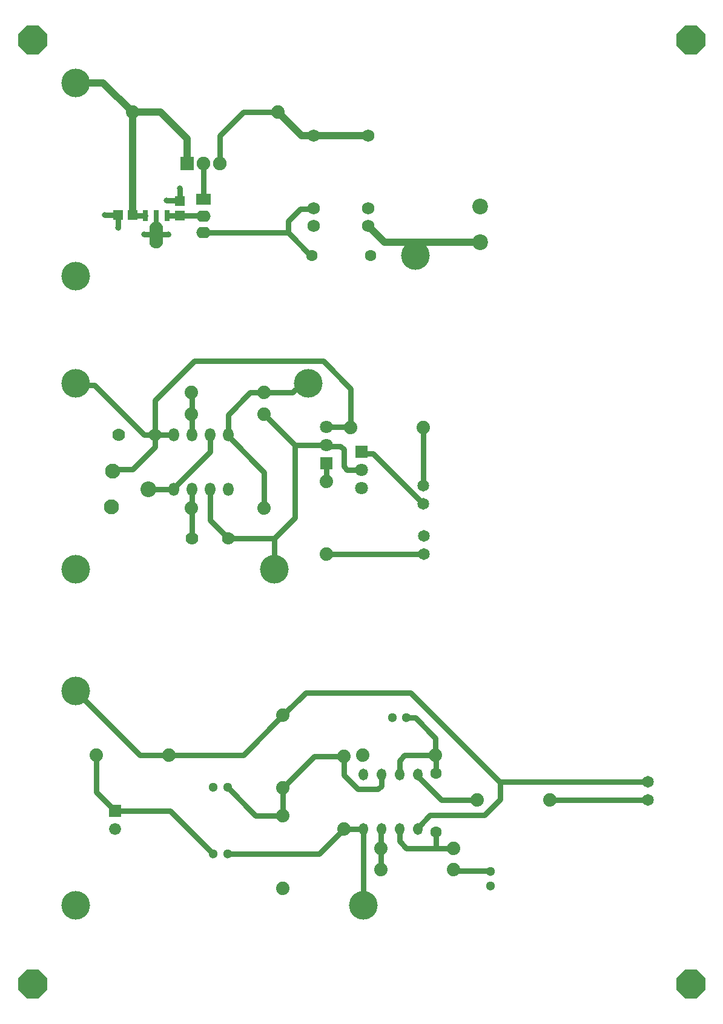
<source format=gtl>
G04*
G04 #@! TF.GenerationSoftware,Altium Limited,Altium Designer,20.0.13 (296)*
G04*
G04 Layer_Physical_Order=1*
G04 Layer_Color=255*
%FSLAX25Y25*%
%MOIN*%
G70*
G01*
G75*
%ADD14R,0.05551X0.05315*%
%ADD15R,0.02646X0.06201*%
%ADD16R,0.05315X0.05551*%
%ADD38C,0.07400*%
%ADD42C,0.03150*%
%ADD43C,0.03937*%
%ADD44C,0.08661*%
%ADD45C,0.06800*%
%ADD46R,0.07874X0.06299*%
%ADD47O,0.07874X0.06299*%
%ADD48C,0.07480*%
%ADD49R,0.07480X0.07480*%
%ADD50C,0.15748*%
%ADD51C,0.06299*%
%ADD52C,0.06500*%
%ADD53R,0.07087X0.07087*%
%ADD54C,0.07087*%
%ADD55O,0.05748X0.07185*%
%ADD56C,0.08268*%
%ADD57C,0.07000*%
%ADD58C,0.05118*%
%ADD59O,0.05197X0.06496*%
%ADD60C,0.06600*%
%ADD61R,0.06600X0.06600*%
%ADD62P,0.17046X8X22.5*%
%ADD63C,0.03150*%
G36*
X79965Y424476D02*
Y431776D01*
X79970Y431951D01*
X79982Y432126D01*
X80002Y432300D01*
X80031Y432473D01*
X80068Y432645D01*
X80112Y432814D01*
X80165Y432981D01*
X80225Y433146D01*
X80294Y433308D01*
X80369Y433466D01*
X80452Y433620D01*
X80542Y433771D01*
X80639Y433917D01*
X80743Y434058D01*
X80853Y434195D01*
X80970Y434326D01*
X81092Y434451D01*
X81220Y434571D01*
X81354Y434684D01*
X81493Y434791D01*
X81637Y434892D01*
X81785Y434985D01*
X81938Y435072D01*
X82094Y435151D01*
X82406Y435223D01*
Y441905D01*
X85005D01*
Y435223D01*
X85317Y435151D01*
X85473Y435072D01*
X85626Y434985D01*
X85774Y434892D01*
X85918Y434791D01*
X86057Y434684D01*
X86191Y434571D01*
X86319Y434451D01*
X86441Y434326D01*
X86558Y434195D01*
X86668Y434058D01*
X86772Y433917D01*
X86869Y433771D01*
X86959Y433620D01*
X87042Y433466D01*
X87117Y433308D01*
X87186Y433146D01*
X87246Y432981D01*
X87299Y432814D01*
X87343Y432645D01*
X87380Y432473D01*
X87409Y432300D01*
X87429Y432126D01*
X87441Y431951D01*
X87446Y431776D01*
Y424476D01*
X87441Y424300D01*
X87429Y424125D01*
X87409Y423951D01*
X87380Y423778D01*
X87343Y423607D01*
X87299Y423437D01*
X87246Y423270D01*
X87186Y423105D01*
X87117Y422944D01*
X87042Y422785D01*
X86959Y422631D01*
X86869Y422480D01*
X86772Y422334D01*
X86668Y422193D01*
X86558Y422057D01*
X86441Y421925D01*
X86319Y421800D01*
X86191Y421680D01*
X86057Y421567D01*
X85918Y421460D01*
X85774Y421360D01*
X85626Y421266D01*
X85473Y421180D01*
X85317Y421100D01*
X85157Y421029D01*
X84994Y420964D01*
X84828Y420908D01*
X84659Y420859D01*
X84489Y420818D01*
X84317Y420786D01*
X84143Y420761D01*
X83968Y420745D01*
X83793Y420737D01*
X83618D01*
X83443Y420745D01*
X83268Y420761D01*
X83094Y420786D01*
X82922Y420818D01*
X82752Y420859D01*
X82583Y420908D01*
X82417Y420964D01*
X82254Y421029D01*
X82094Y421100D01*
X81938Y421180D01*
X81785Y421266D01*
X81637Y421360D01*
X81493Y421460D01*
X81354Y421567D01*
X81220Y421680D01*
X81092Y421800D01*
X80970Y421925D01*
X80853Y422057D01*
X80743Y422193D01*
X80639Y422334D01*
X80542Y422480D01*
X80452Y422631D01*
X80369Y422785D01*
X80294Y422944D01*
X80225Y423105D01*
X80165Y423270D01*
X80112Y423437D01*
X80068Y423607D01*
X80031Y423778D01*
X80002Y423951D01*
X79982Y424125D01*
X79970Y424300D01*
X79965Y424476D01*
D02*
G37*
D14*
X62756Y438976D02*
D03*
X70866D02*
D03*
D15*
X77834Y438804D02*
D03*
X89645D02*
D03*
D16*
X96732Y446969D02*
D03*
Y438858D02*
D03*
D38*
X150630Y495669D02*
D03*
X70630D02*
D03*
X177559Y292441D02*
D03*
Y252441D02*
D03*
X190630Y322047D02*
D03*
X230630D02*
D03*
X103228Y341339D02*
D03*
X143228D02*
D03*
Y329528D02*
D03*
X103228D02*
D03*
Y277953D02*
D03*
X143228D02*
D03*
X207362Y78740D02*
D03*
X247362D02*
D03*
Y90551D02*
D03*
X207362D02*
D03*
X237520Y141732D02*
D03*
X197520D02*
D03*
X187008Y101063D02*
D03*
Y141063D02*
D03*
X153543Y108583D02*
D03*
Y68583D02*
D03*
Y163701D02*
D03*
Y123701D02*
D03*
X300512Y117126D02*
D03*
X260512D02*
D03*
X90866Y141732D02*
D03*
X50866D02*
D03*
D42*
X156299Y429528D02*
Y435827D01*
X163096Y442624D02*
X170378D01*
X156299Y435827D02*
X163096Y442624D01*
X131890Y495669D02*
X150630D01*
X118898Y482677D02*
X131890Y495669D01*
X118898Y467323D02*
Y482677D01*
X170378Y442624D02*
X170433Y442679D01*
X109843Y429528D02*
X156299D01*
X168898Y416929D02*
X169291D01*
X156299Y429528D02*
X168898Y416929D01*
X109843Y447638D02*
Y467323D01*
X96705Y438831D02*
X96816Y438721D01*
X109705D02*
X109843Y438583D01*
X96816Y438721D02*
X109705D01*
X89645Y438804D02*
X89672Y438831D01*
X96705D01*
X70866Y438976D02*
X70952Y438890D01*
X77748D01*
X77834Y438804D01*
X96457Y447244D02*
X96732Y446969D01*
X89370Y447244D02*
X96457D01*
X96732Y446969D02*
X96850Y447087D01*
Y453937D01*
X77165Y428346D02*
X90551D01*
X62756Y432441D02*
Y438976D01*
X62598Y432283D02*
X62756Y432441D01*
X55512Y438976D02*
X62756D01*
X60822Y299008D02*
X70662D01*
X83071Y311417D02*
Y318110D01*
X70662Y299008D02*
X83071Y311417D01*
X59843Y298029D02*
X60822Y299008D01*
X79528Y288189D02*
X79547Y288169D01*
X93248D01*
X93268Y288150D01*
X39370Y346457D02*
X40404Y345422D01*
X49853D01*
X77165Y318110D01*
X83071D01*
Y318504D02*
Y337008D01*
X190630Y322047D02*
Y343622D01*
X175591Y358661D02*
X190630Y343622D01*
X104724Y358661D02*
X175591D01*
X83071Y337008D02*
X104724Y358661D01*
X177559Y322598D02*
X177835Y322323D01*
X190354D01*
X190630Y322047D01*
X177559Y252441D02*
X177638Y252520D01*
X231024D01*
X231102Y252598D01*
X230630Y322047D02*
X230669Y322008D01*
Y290197D02*
Y322008D01*
Y290197D02*
X230709Y290158D01*
X196850Y308819D02*
X197986Y307683D01*
X203183D01*
X230709Y280157D01*
X177559Y292441D02*
Y302598D01*
X178312Y311845D02*
X185163D01*
X188853Y298819D02*
X196850D01*
X185163Y311845D02*
X187008Y310000D01*
Y300664D02*
Y310000D01*
Y300664D02*
X188853Y298819D01*
X177559Y312598D02*
X178312Y311845D01*
X148819Y244094D02*
X148819Y244094D01*
Y261024D01*
X123386D02*
X148819D01*
X160158Y272362D01*
Y312598D01*
X103327Y261083D02*
Y288091D01*
X103268Y288150D02*
X103327Y288091D01*
Y261083D02*
X103386Y261024D01*
X123268Y317431D02*
Y318150D01*
Y317431D02*
X143228Y297470D01*
Y277953D02*
Y297470D01*
X113268Y271142D02*
Y288150D01*
Y271142D02*
X123386Y261024D01*
X143228Y329528D02*
X160158Y312598D01*
X177559D01*
X123268Y318150D02*
Y329173D01*
X135433Y341339D01*
X158796D01*
X163914Y346457D01*
X167323D01*
X103248Y318169D02*
Y341319D01*
Y318169D02*
X103268Y318150D01*
X103228Y341339D02*
X103248Y341319D01*
X113268Y308868D02*
Y318150D01*
X93268Y288868D02*
X113268Y308868D01*
X93268Y288150D02*
Y288868D01*
X83071Y318110D02*
X83091Y318130D01*
X93248D01*
X93268Y318150D01*
X223819Y176181D02*
X273228Y126772D01*
X264567Y108661D02*
X273228Y117323D01*
Y126772D01*
X166024Y176181D02*
X223819D01*
X273228Y127047D02*
X354331Y127047D01*
X234469Y108661D02*
X264567D01*
X228267Y102460D02*
X234469Y108661D01*
X153543Y163701D02*
X166024Y176181D01*
X131575Y141732D02*
X153543Y163701D01*
X240748Y117126D02*
X260512D01*
X227598Y130276D02*
Y131142D01*
Y130276D02*
X240748Y117126D01*
X237795Y90551D02*
X247362D01*
X221457D02*
X237795D01*
Y99606D01*
X238398Y99004D01*
X247362Y90551D02*
Y91145D01*
X237657Y132027D02*
X237795Y131890D01*
X237657Y132027D02*
Y141595D01*
X237520Y141732D02*
X237657Y141595D01*
X123031Y87598D02*
X173543D01*
X187047Y101102D01*
X91457Y111299D02*
X115157Y87598D01*
X61024Y111299D02*
X91457D01*
X123031Y124016D02*
X138465Y108583D01*
X153543D01*
X354291Y117087D02*
X354331Y117047D01*
X300551Y117087D02*
X354291D01*
X300512Y117126D02*
X300551Y117087D01*
X228267Y101810D02*
Y102460D01*
X227598Y101142D02*
X228267Y101810D01*
X247362Y78740D02*
X247970Y78132D01*
X267340D01*
X267716Y77756D01*
X217598Y94410D02*
Y101142D01*
Y94410D02*
X221457Y90551D01*
X207480Y78858D02*
Y101024D01*
X207598Y101142D01*
X207362Y78740D02*
X207480Y78858D01*
X197598Y101142D02*
X197716Y101024D01*
Y59173D02*
Y101024D01*
Y59173D02*
X197835Y59055D01*
X187047Y101102D02*
X197559D01*
X197598Y101142D01*
X217598Y131142D02*
Y138858D01*
X220472Y141732D01*
X237520D01*
X221457Y162402D02*
X226378D01*
X237520Y151260D01*
Y141732D02*
Y151260D01*
X207598Y124921D02*
Y131142D01*
X205709Y123031D02*
X207598Y124921D01*
X194882Y123031D02*
X205709D01*
X187008Y130905D02*
X194882Y123031D01*
X187008Y130905D02*
Y141063D01*
X170905D02*
X187008D01*
X153543Y123701D02*
X170905Y141063D01*
X153543Y108583D02*
Y123701D01*
X50866Y121457D02*
Y141732D01*
Y121457D02*
X61024Y111299D01*
X90866Y141732D02*
X131575D01*
X74803D02*
X90866D01*
X39370Y177165D02*
X74803Y141732D01*
D43*
X209446Y424016D02*
X262205D01*
X200393Y433069D02*
X209446Y424016D01*
X163620Y482679D02*
X200433D01*
X150630Y495669D02*
X163620Y482679D01*
X100787Y467323D02*
Y481102D01*
X86221Y495669D02*
X100787Y481102D01*
X70630Y495669D02*
X86221D01*
X54488Y511811D02*
X70630Y495669D01*
X39370Y511811D02*
X54488D01*
X70748Y439094D02*
Y495551D01*
X70630Y495669D02*
X70748Y495551D01*
Y439094D02*
X70866Y438976D01*
D44*
X262205Y424016D02*
D03*
Y443701D02*
D03*
X79528Y288189D02*
D03*
D45*
X170433Y482679D02*
D03*
Y442679D02*
D03*
Y433069D02*
D03*
X200393D02*
D03*
X200403Y442679D02*
D03*
X200433Y482679D02*
D03*
D46*
X109843Y447638D02*
D03*
D47*
Y429528D02*
D03*
Y438583D02*
D03*
D48*
X118898Y467323D02*
D03*
X109843D02*
D03*
D49*
X100787D02*
D03*
D50*
X39370Y405512D02*
D03*
Y511811D02*
D03*
X226378Y416929D02*
D03*
X148819Y244094D02*
D03*
X167323Y346457D02*
D03*
X39370Y244094D02*
D03*
Y346457D02*
D03*
Y177165D02*
D03*
Y59055D02*
D03*
X197835D02*
D03*
D51*
X169291Y416929D02*
D03*
X201575D02*
D03*
X237795Y131890D02*
D03*
Y99606D02*
D03*
D52*
X231102Y262598D02*
D03*
Y252598D02*
D03*
X230709Y280157D02*
D03*
Y290158D02*
D03*
X354331Y117047D02*
D03*
Y127047D02*
D03*
D53*
X177559Y302598D02*
D03*
X196850Y308819D02*
D03*
D54*
X177559Y312598D02*
D03*
Y322598D02*
D03*
X196850Y298819D02*
D03*
Y288819D02*
D03*
D55*
X93268Y288150D02*
D03*
X103268D02*
D03*
X113268D02*
D03*
X123268D02*
D03*
X93268Y318150D02*
D03*
X103268D02*
D03*
X113268D02*
D03*
X123268D02*
D03*
D56*
X59843Y298029D02*
D03*
X59055Y278346D02*
D03*
D57*
X63071Y318110D02*
D03*
X83071D02*
D03*
X103386Y261024D02*
D03*
X123386D02*
D03*
D58*
X267716Y69882D02*
D03*
Y77756D02*
D03*
X213583Y162402D02*
D03*
X221457D02*
D03*
X115157Y124016D02*
D03*
X123031D02*
D03*
Y87598D02*
D03*
X115157D02*
D03*
D59*
X197598Y101142D02*
D03*
Y131142D02*
D03*
X207598Y101142D02*
D03*
Y131142D02*
D03*
X217598Y101142D02*
D03*
Y131142D02*
D03*
X227598Y101142D02*
D03*
Y131142D02*
D03*
D60*
X61024Y101299D02*
D03*
D61*
Y111299D02*
D03*
D62*
X377953Y535433D02*
D03*
X15748D02*
D03*
X377953Y15748D02*
D03*
X15748D02*
D03*
D63*
X90551Y428346D02*
D03*
X96850Y453937D02*
D03*
X89370Y447244D02*
D03*
X77165Y428346D02*
D03*
X55512Y438976D02*
D03*
X62598Y432283D02*
D03*
M02*

</source>
